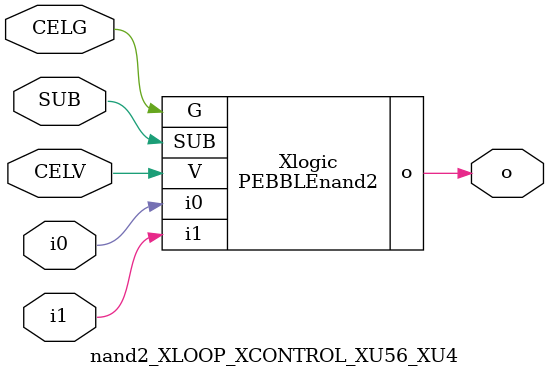
<source format=v>



module PEBBLEnand2 ( o, G, SUB, V, i0, i1 );

  input i0;
  input V;
  input i1;
  input G;
  output o;
  input SUB;
endmodule

//Celera Confidential Do Not Copy nand2_XLOOP_XCONTROL_XU56_XU4
//Celera Confidential Symbol Generator
//5V NAND2
module nand2_XLOOP_XCONTROL_XU56_XU4 (CELV,CELG,i0,i1,o,SUB);
input CELV;
input CELG;
input i0;
input i1;
input SUB;
output o;

//Celera Confidential Do Not Copy nand2
PEBBLEnand2 Xlogic(
.V (CELV),
.i0 (i0),
.i1 (i1),
.o (o),
.SUB (SUB),
.G (CELG)
);
//,diesize,PEBBLEnand2

//Celera Confidential Do Not Copy Module End
//Celera Schematic Generator
endmodule

</source>
